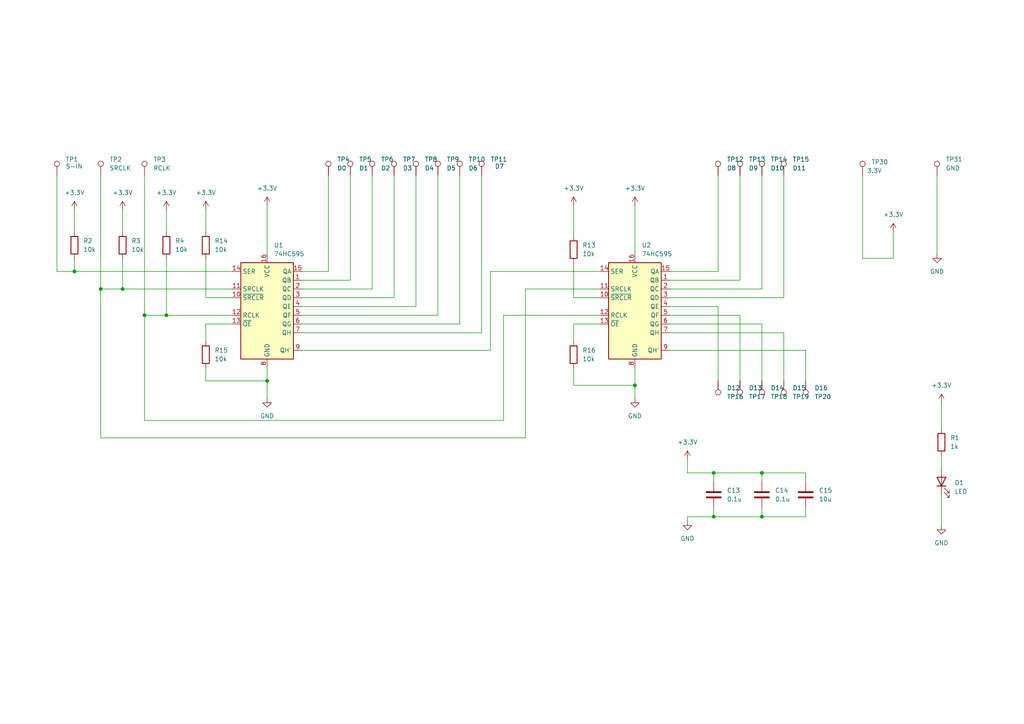
<source format=kicad_sch>
(kicad_sch (version 20230121) (generator eeschema)
  (paper "A4")
  (lib_symbols
    (symbol "74xx:74HC595"
      (property "Reference" "U" (at -7.62 13.97 0))
      (property "Value" "74HC595" (at -7.62 -16.51 0))
      (symbol "74HC595_1_0"
        (pin tri_state line (at 10.16 7.62 180) (length 2.54) (name "QB") (number "1"))
        (pin input line (at -10.16 2.54 0) (length 2.54) (name "~{SRCLR}") (number "10"))
        (pin input line (at -10.16 5.08 0) (length 2.54) (name "SRCLK") (number "11"))
        (pin input line (at -10.16 -2.54 0) (length 2.54) (name "RCLK") (number "12"))
        (pin input line (at -10.16 -5.08 0) (length 2.54) (name "~{OE}") (number "13"))
        (pin input line (at -10.16 10.16 0) (length 2.54) (name "SER") (number "14"))
        (pin tri_state line (at 10.16 10.16 180) (length 2.54) (name "QA") (number "15"))
        (pin power_in line (at 0 15.24 270) (length 2.54) (name "VCC") (number "16"))
        (pin tri_state line (at 10.16 5.08 180) (length 2.54) (name "QC") (number "2"))
        (pin tri_state line (at 10.16 2.54 180) (length 2.54) (name "QD") (number "3"))
        (pin tri_state line (at 10.16 0 180) (length 2.54) (name "QE") (number "4"))
        (pin tri_state line (at 10.16 -2.54 180) (length 2.54) (name "QF") (number "5"))
        (pin tri_state line (at 10.16 -5.08 180) (length 2.54) (name "QG") (number "6"))
        (pin tri_state line (at 10.16 -7.62 180) (length 2.54) (name "QH") (number "7"))
        (pin power_in line (at 0 -17.78 90) (length 2.54) (name "GND") (number "8"))
        (pin output line (at 10.16 -12.7 180) (length 2.54) (name "QH'") (number "9"))
      )
      (symbol "74HC595_1_1"
        (rectangle (start -7.62 12.7) (end 7.62 -15.24) (stroke (width 0.254)) (fill (type background)))
      )
    )
    (symbol "Connector:TestPoint" (pin_numbers hide) (pin_names (offset 0.762) hide)
      (property "Reference" "TP" (at 0 6.858 0))
      (property "Value" "TestPoint" (at 0 5.08 0))
      (symbol "TestPoint_0_1"
        (circle (center 0 3.302) (radius 0.762))
      )
      (symbol "TestPoint_1_1"
        (pin passive line (at 0 0 90) (length 2.54) (name "1") (number "1"))
      )
    )
    (symbol "Device:C" (pin_numbers hide) (pin_names (offset 0.254))
      (property "Reference" "C" (at 0.635 2.54 0))
      (property "Value" "C" (at 0.635 -2.54 0))
      (symbol "C_0_1"
        (polyline (pts (xy -2.032 -0.762) (xy 2.032 -0.762)) (stroke (width 0.508)))
        (polyline (pts (xy -2.032 0.762) (xy 2.032 0.762)) (stroke (width 0.508)))
      )
      (symbol "C_1_1"
        (pin passive line (at 0 3.81 270) (length 2.794) (name "~") (number "1"))
        (pin passive line (at 0 -3.81 90) (length 2.794) (name "~") (number "2"))
      )
    )
    (symbol "Device:LED" (pin_numbers hide) (pin_names (offset 1.016) hide)
      (property "Reference" "D" (at 0 2.54 0))
      (property "Value" "LED" (at 0 -2.54 0))
      (symbol "LED_0_1"
        (polyline (pts (xy -1.27 -1.27) (xy -1.27 1.27)) (stroke (width 0.254)))
        (polyline (pts (xy -1.27 0) (xy 1.27 0)))
        (polyline (pts (xy 1.27 -1.27) (xy 1.27 1.27) (xy -1.27 0) (xy 1.27 -1.27)) (stroke (width 0.254)))
        (polyline (pts (xy -3.048 -0.762) (xy -4.572 -2.286) (xy -3.81 -2.286) (xy -4.572 -2.286) (xy -4.572 -1.524)))
        (polyline (pts (xy -1.778 -0.762) (xy -3.302 -2.286) (xy -2.54 -2.286) (xy -3.302 -2.286) (xy -3.302 -1.524)))
      )
      (symbol "LED_1_1"
        (pin passive line (at -3.81 0 0) (length 2.54) (name "K") (number "1"))
        (pin passive line (at 3.81 0 180) (length 2.54) (name "A") (number "2"))
      )
    )
    (symbol "Device:R" (pin_numbers hide) (pin_names (offset 0))
      (property "Reference" "R" (at 2.032 0 90))
      (property "Value" "R" (at 0 0 90))
      (symbol "R_0_1"
        (rectangle (start -1.016 -2.54) (end 1.016 2.54) (stroke (width 0.254)))
      )
      (symbol "R_1_1"
        (pin passive line (at 0 3.81 270) (length 1.27) (name "~") (number "1"))
        (pin passive line (at 0 -3.81 90) (length 1.27) (name "~") (number "2"))
      )
    )
    (symbol "power:+3.3V" (power) (pin_names (offset 0))
      (property "Value" "+3.3V" (at 0 3.556 0))
      (symbol "+3.3V_0_1"
        (polyline (pts (xy -0.762 1.27) (xy 0 2.54)))
        (polyline (pts (xy 0 0) (xy 0 2.54)))
        (polyline (pts (xy 0 2.54) (xy 0.762 1.27)))
      )
      (symbol "+3.3V_1_1"
        (pin power_in line (at 0 0 90) (length 0) hide (name "+3.3V") (number "1"))
      )
    )
    (symbol "power:GND" (power) (pin_names (offset 0))
      (property "Value" "GND" (at 0 -3.81 0))
      (symbol "GND_0_1"
        (polyline (pts (xy 0 0) (xy 0 -1.27) (xy 1.27 -1.27) (xy 0 -2.54) (xy -1.27 -1.27) (xy 0 -1.27)))
      )
      (symbol "GND_1_1"
        (pin power_in line (at 0 0 270) (length 0) hide (name "GND") (number "1"))
      )
    )
  )
  (junction (at 207.01 149.86))
  (junction (at 29.21 83.82))
  (junction (at 21.59 78.74))
  (junction (at 41.91 91.44))
  (junction (at 184.15 111.76))
  (junction (at 77.47 110.49))
  (junction (at 207.01 137.16))
  (junction (at 220.98 137.16))
  (junction (at 220.98 149.86))
  (junction (at 48.26 91.44))
  (junction (at 35.56 83.82))
  (wire (pts (xy 194.31 96.52) (xy 227.33 96.52)))
  (wire (pts (xy 29.21 83.82) (xy 35.56 83.82)))
  (wire (pts (xy 21.59 74.93) (xy 21.59 78.74)))
  (wire (pts (xy 227.33 96.52) (xy 227.33 110.49)))
  (wire (pts (xy 87.63 83.82) (xy 107.95 83.82)))
  (wire (pts (xy 194.31 86.36) (xy 227.33 86.36)))
  (wire (pts (xy 87.63 81.28) (xy 101.6 81.28)))
  (wire (pts (xy 142.24 78.74) (xy 173.99 78.74)))
  (wire (pts (xy 59.69 110.49) (xy 59.69 106.68)))
  (wire (pts (xy 271.78 50.8) (xy 271.78 73.66)))
  (wire (pts (xy 166.37 59.69) (xy 166.37 68.58)))
  (wire (pts (xy 146.05 121.92) (xy 41.91 121.92)))
  (wire (pts (xy 250.19 74.93) (xy 250.19 50.8)))
  (wire (pts (xy 87.63 96.52) (xy 139.7 96.52)))
  (wire (pts (xy 220.98 137.16) (xy 233.68 137.16)))
  (wire (pts (xy 77.47 110.49) (xy 77.47 115.57)))
  (wire (pts (xy 199.39 137.16) (xy 207.01 137.16)))
  (wire (pts (xy 184.15 106.68) (xy 184.15 111.76)))
  (wire (pts (xy 87.63 78.74) (xy 95.25 78.74)))
  (wire (pts (xy 29.21 50.8) (xy 29.21 83.82)))
  (wire (pts (xy 59.69 74.93) (xy 59.69 86.36)))
  (wire (pts (xy 207.01 137.16) (xy 207.01 139.7)))
  (wire (pts (xy 35.56 60.96) (xy 35.56 67.31)))
  (wire (pts (xy 133.35 93.98) (xy 133.35 50.8)))
  (wire (pts (xy 29.21 127) (xy 29.21 83.82)))
  (wire (pts (xy 21.59 78.74) (xy 16.51 78.74)))
  (wire (pts (xy 87.63 91.44) (xy 127 91.44)))
  (wire (pts (xy 273.05 143.51) (xy 273.05 152.4)))
  (wire (pts (xy 142.24 101.6) (xy 87.63 101.6)))
  (wire (pts (xy 199.39 133.35) (xy 199.39 137.16)))
  (wire (pts (xy 273.05 132.08) (xy 273.05 135.89)))
  (wire (pts (xy 166.37 111.76) (xy 166.37 106.68)))
  (wire (pts (xy 207.01 137.16) (xy 220.98 137.16)))
  (wire (pts (xy 199.39 151.13) (xy 199.39 149.86)))
  (wire (pts (xy 87.63 86.36) (xy 114.3 86.36)))
  (wire (pts (xy 48.26 91.44) (xy 41.91 91.44)))
  (wire (pts (xy 259.08 67.31) (xy 259.08 74.93)))
  (wire (pts (xy 227.33 86.36) (xy 227.33 50.8)))
  (wire (pts (xy 220.98 147.32) (xy 220.98 149.86)))
  (wire (pts (xy 35.56 83.82) (xy 67.31 83.82)))
  (wire (pts (xy 127 91.44) (xy 127 50.8)))
  (wire (pts (xy 220.98 149.86) (xy 233.68 149.86)))
  (wire (pts (xy 259.08 74.93) (xy 250.19 74.93)))
  (wire (pts (xy 142.24 78.74) (xy 142.24 101.6)))
  (wire (pts (xy 120.65 88.9) (xy 120.65 50.8)))
  (wire (pts (xy 67.31 86.36) (xy 59.69 86.36)))
  (wire (pts (xy 87.63 93.98) (xy 133.35 93.98)))
  (wire (pts (xy 67.31 91.44) (xy 48.26 91.44)))
  (wire (pts (xy 77.47 59.69) (xy 77.47 73.66)))
  (wire (pts (xy 199.39 149.86) (xy 207.01 149.86)))
  (wire (pts (xy 87.63 88.9) (xy 120.65 88.9)))
  (wire (pts (xy 166.37 93.98) (xy 166.37 99.06)))
  (wire (pts (xy 207.01 149.86) (xy 220.98 149.86)))
  (wire (pts (xy 194.31 78.74) (xy 208.28 78.74)))
  (wire (pts (xy 152.4 83.82) (xy 152.4 127)))
  (wire (pts (xy 114.3 86.36) (xy 114.3 50.8)))
  (wire (pts (xy 48.26 74.93) (xy 48.26 91.44)))
  (wire (pts (xy 208.28 78.74) (xy 208.28 50.8)))
  (wire (pts (xy 101.6 81.28) (xy 101.6 50.8)))
  (wire (pts (xy 67.31 93.98) (xy 59.69 93.98)))
  (wire (pts (xy 173.99 83.82) (xy 152.4 83.82)))
  (wire (pts (xy 166.37 76.2) (xy 166.37 86.36)))
  (wire (pts (xy 59.69 93.98) (xy 59.69 99.06)))
  (wire (pts (xy 173.99 93.98) (xy 166.37 93.98)))
  (wire (pts (xy 21.59 60.96) (xy 21.59 67.31)))
  (wire (pts (xy 194.31 101.6) (xy 233.68 101.6)))
  (wire (pts (xy 220.98 83.82) (xy 220.98 50.8)))
  (wire (pts (xy 207.01 147.32) (xy 207.01 149.86)))
  (wire (pts (xy 173.99 91.44) (xy 146.05 91.44)))
  (wire (pts (xy 233.68 149.86) (xy 233.68 147.32)))
  (wire (pts (xy 194.31 81.28) (xy 214.63 81.28)))
  (wire (pts (xy 166.37 111.76) (xy 184.15 111.76)))
  (wire (pts (xy 194.31 91.44) (xy 214.63 91.44)))
  (wire (pts (xy 194.31 88.9) (xy 208.28 88.9)))
  (wire (pts (xy 95.25 78.74) (xy 95.25 50.8)))
  (wire (pts (xy 214.63 91.44) (xy 214.63 110.49)))
  (wire (pts (xy 41.91 91.44) (xy 41.91 50.8)))
  (wire (pts (xy 233.68 101.6) (xy 233.68 110.49)))
  (wire (pts (xy 35.56 74.93) (xy 35.56 83.82)))
  (wire (pts (xy 67.31 78.74) (xy 21.59 78.74)))
  (wire (pts (xy 220.98 93.98) (xy 220.98 110.49)))
  (wire (pts (xy 233.68 137.16) (xy 233.68 139.7)))
  (wire (pts (xy 16.51 78.74) (xy 16.51 50.8)))
  (wire (pts (xy 194.31 93.98) (xy 220.98 93.98)))
  (wire (pts (xy 214.63 81.28) (xy 214.63 50.8)))
  (wire (pts (xy 173.99 86.36) (xy 166.37 86.36)))
  (wire (pts (xy 220.98 137.16) (xy 220.98 139.7)))
  (wire (pts (xy 59.69 110.49) (xy 77.47 110.49)))
  (wire (pts (xy 184.15 111.76) (xy 184.15 115.57)))
  (wire (pts (xy 273.05 116.84) (xy 273.05 124.46)))
  (wire (pts (xy 77.47 106.68) (xy 77.47 110.49)))
  (wire (pts (xy 184.15 59.69) (xy 184.15 73.66)))
  (wire (pts (xy 208.28 88.9) (xy 208.28 110.49)))
  (wire (pts (xy 194.31 83.82) (xy 220.98 83.82)))
  (wire (pts (xy 152.4 127) (xy 29.21 127)))
  (wire (pts (xy 139.7 96.52) (xy 139.7 50.8)))
  (wire (pts (xy 107.95 83.82) (xy 107.95 50.8)))
  (wire (pts (xy 59.69 60.96) (xy 59.69 67.31)))
  (wire (pts (xy 146.05 91.44) (xy 146.05 121.92)))
  (wire (pts (xy 48.26 60.96) (xy 48.26 67.31)))
  (wire (pts (xy 41.91 121.92) (xy 41.91 91.44)))
  (symbol (lib_id "Connector:TestPoint") (at 95.25 50.8 0) (unit 1)
    (property "Reference" "TP4" (at 97.79 46.228 0) (effects (justify left)))
    (property "Value" "D0" (at 97.79 48.768 0) (effects (justify left)))
    (property "Footprint" "TestPoint:TestPoint_Loop_D2.50mm_Drill1.0mm" (effects hide))
  )
  (symbol (lib_id "Connector:TestPoint") (at 271.78 50.8 0) (unit 1)
    (property "Reference" "TP31" (at 274.32 46.228 0) (effects (justify left)))
    (property "Value" "GND" (at 274.32 48.768 0) (effects (justify left)))
    (property "Footprint" "TestPoint:TestPoint_Loop_D2.50mm_Drill1.0mm" (effects hide))
  )
  (symbol (lib_id "74xx:74HC595") (at 184.15 88.9 0) (unit 1)
    (property "Reference" "U2" (at 186.1059 71.12 0) (effects (justify left)))
    (property "Value" "74HC595" (at 186.1059 73.66 0) (effects (justify left)))
    (property "Footprint" "Package_DIP:DIP-16_W7.62mm_Socket_LongPads" (effects hide))
    (property "Datasheet" "http://www.ti.com/lit/ds/symlink/sn74hc595.pdf" (effects hide))
  )
  (symbol (lib_id "Connector:TestPoint") (at 214.63 50.8 0) (unit 1)
    (property "Reference" "TP13" (at 217.17 46.228 0) (effects (justify left)))
    (property "Value" "D9" (at 217.17 48.768 0) (effects (justify left)))
    (property "Footprint" "TestPoint:TestPoint_Loop_D2.50mm_Drill1.0mm" (effects hide))
  )
  (symbol (lib_id "Connector:TestPoint") (at 107.95 50.8 0) (unit 1)
    (property "Reference" "TP6" (at 110.49 46.228 0) (effects (justify left)))
    (property "Value" "D2" (at 110.49 48.768 0) (effects (justify left)))
    (property "Footprint" "TestPoint:TestPoint_Loop_D2.50mm_Drill1.0mm" (effects hide))
  )
  (symbol (lib_id "Device:R") (at 59.69 102.87 0) (unit 1)
    (property "Reference" "R15" (at 62.23 101.6 0) (effects (justify left)))
    (property "Value" "10k" (at 62.23 104.14 0) (effects (justify left)))
    (property "Footprint" "Resistor_THT:R_Axial_DIN0411_L9.9mm_D3.6mm_P20.32mm_Horizontal" (effects hide))
  )
  (symbol (lib_id "power:+3.3V") (at 59.69 60.96 0) (unit 1)
    (property "Reference" "#PWR019" (effects hide))
    (property "Value" "+3.3V" (at 59.69 55.88 0))
  )
  (symbol (lib_id "Connector:TestPoint") (at 250.19 50.8 0) (unit 1)
    (property "Reference" "TP30" (at 252.73 46.99 0) (effects (justify left)))
    (property "Value" "3.3V" (at 251.46 49.53 0) (effects (justify left)))
    (property "Footprint" "TestPoint:TestPoint_Loop_D2.50mm_Drill1.0mm" (effects hide))
  )
  (symbol (lib_id "Connector:TestPoint") (at 233.68 110.49 0) (mirror x) (unit 1)
    (property "Reference" "TP20" (at 236.22 115.062 0) (effects (justify left)))
    (property "Value" "D16" (at 236.22 112.522 0) (effects (justify left)))
    (property "Footprint" "TestPoint:TestPoint_Loop_D2.50mm_Drill1.0mm" (effects hide))
  )
  (symbol (lib_id "power:GND") (at 199.39 151.13 0) (unit 1)
    (property "Reference" "#PWR016" (effects hide))
    (property "Value" "GND" (at 199.39 156.21 0))
  )
  (symbol (lib_id "Connector:TestPoint") (at 133.35 50.8 0) (unit 1)
    (property "Reference" "TP10" (at 135.89 46.228 0) (effects (justify left)))
    (property "Value" "D6" (at 135.89 48.768 0) (effects (justify left)))
    (property "Footprint" "TestPoint:TestPoint_Loop_D2.50mm_Drill1.0mm" (effects hide))
  )
  (symbol (lib_id "Connector:TestPoint") (at 220.98 50.8 0) (unit 1)
    (property "Reference" "TP14" (at 223.52 46.228 0) (effects (justify left)))
    (property "Value" "D10" (at 223.52 48.768 0) (effects (justify left)))
    (property "Footprint" "TestPoint:TestPoint_Loop_D2.50mm_Drill1.0mm" (effects hide))
  )
  (symbol (lib_id "Connector:TestPoint") (at 208.28 50.8 0) (unit 1)
    (property "Reference" "TP12" (at 210.82 46.228 0) (effects (justify left)))
    (property "Value" "D8" (at 210.82 48.768 0) (effects (justify left)))
    (property "Footprint" "TestPoint:TestPoint_Loop_D2.50mm_Drill1.0mm" (effects hide))
  )
  (symbol (lib_id "Device:R") (at 59.69 71.12 0) (unit 1)
    (property "Reference" "R14" (at 62.23 69.85 0) (effects (justify left)))
    (property "Value" "10k" (at 62.23 72.39 0) (effects (justify left)))
    (property "Footprint" "Resistor_THT:R_Axial_DIN0411_L9.9mm_D3.6mm_P20.32mm_Horizontal" (effects hide))
  )
  (symbol (lib_id "Device:R") (at 273.05 128.27 0) (unit 1)
    (property "Reference" "R1" (at 275.59 127 0) (effects (justify left)))
    (property "Value" "1k" (at 275.59 129.54 0) (effects (justify left)))
    (property "Footprint" "Resistor_THT:R_Axial_DIN0411_L9.9mm_D3.6mm_P20.32mm_Horizontal" (effects hide))
  )
  (symbol (lib_id "Connector:TestPoint") (at 139.7 50.8 0) (unit 1)
    (property "Reference" "TP11" (at 142.24 46.228 0) (effects (justify left)))
    (property "Value" "D7" (at 143.51 48.26 0) (effects (justify left)))
    (property "Footprint" "TestPoint:TestPoint_Loop_D2.50mm_Drill1.0mm" (effects hide))
  )
  (symbol (lib_id "Connector:TestPoint") (at 227.33 50.8 0) (unit 1)
    (property "Reference" "TP15" (at 229.87 46.228 0) (effects (justify left)))
    (property "Value" "D11" (at 229.87 48.768 0) (effects (justify left)))
    (property "Footprint" "TestPoint:TestPoint_Loop_D2.50mm_Drill1.0mm" (effects hide))
  )
  (symbol (lib_id "power:GND") (at 77.47 115.57 0) (unit 1)
    (property "Reference" "#PWR04" (effects hide))
    (property "Value" "GND" (at 77.47 120.65 0))
  )
  (symbol (lib_id "power:+3.3V") (at 184.15 59.69 0) (unit 1)
    (property "Reference" "#PWR014" (effects hide))
    (property "Value" "+3.3V" (at 184.15 54.61 0))
  )
  (symbol (lib_id "power:+3.3V") (at 35.56 60.96 0) (unit 1)
    (property "Reference" "#PWR021" (effects hide))
    (property "Value" "+3.3V" (at 35.56 55.88 0))
  )
  (symbol (lib_id "Connector:TestPoint") (at 29.21 50.8 0) (unit 1)
    (property "Reference" "TP2" (at 31.75 46.228 0) (effects (justify left)))
    (property "Value" "SRCLK" (at 31.75 48.768 0) (effects (justify left)))
    (property "Footprint" "TestPoint:TestPoint_Loop_D2.50mm_Drill1.0mm" (effects hide))
  )
  (symbol (lib_id "Connector:TestPoint") (at 127 50.8 0) (unit 1)
    (property "Reference" "TP9" (at 129.54 46.228 0) (effects (justify left)))
    (property "Value" "D5" (at 129.54 48.768 0) (effects (justify left)))
    (property "Footprint" "TestPoint:TestPoint_Loop_D2.50mm_Drill1.0mm" (effects hide))
  )
  (symbol (lib_id "Device:LED") (at 273.05 139.7 90) (unit 1)
    (property "Reference" "D1" (at 276.86 140.0175 90) (effects (justify right)))
    (property "Value" "LED" (at 276.86 142.5575 90) (effects (justify right)))
    (property "Footprint" "LED_THT:LED_D3.0mm-3" (effects hide))
  )
  (symbol (lib_id "Connector:TestPoint") (at 101.6 50.8 0) (unit 1)
    (property "Reference" "TP5" (at 104.14 46.228 0) (effects (justify left)))
    (property "Value" "D1" (at 104.14 48.768 0) (effects (justify left)))
    (property "Footprint" "TestPoint:TestPoint_Loop_D2.50mm_Drill1.0mm" (effects hide))
  )
  (symbol (lib_id "Device:R") (at 35.56 71.12 0) (unit 1)
    (property "Reference" "R3" (at 38.1 69.85 0) (effects (justify left)))
    (property "Value" "10k" (at 38.1 72.39 0) (effects (justify left)))
    (property "Footprint" "Resistor_THT:R_Axial_DIN0411_L9.9mm_D3.6mm_P20.32mm_Horizontal" (effects hide))
  )
  (symbol (lib_id "power:+3.3V") (at 77.47 59.69 0) (unit 1)
    (property "Reference" "#PWR018" (effects hide))
    (property "Value" "+3.3V" (at 77.47 54.61 0))
  )
  (symbol (lib_id "74xx:74HC595") (at 77.47 88.9 0) (unit 1)
    (property "Reference" "U1" (at 79.4259 71.12 0) (effects (justify left)))
    (property "Value" "74HC595" (at 79.4259 73.66 0) (effects (justify left)))
    (property "Footprint" "Package_DIP:DIP-16_W7.62mm_Socket_LongPads" (effects hide))
    (property "Datasheet" "http://www.ti.com/lit/ds/symlink/sn74hc595.pdf" (effects hide))
  )
  (symbol (lib_id "Connector:TestPoint") (at 114.3 50.8 0) (unit 1)
    (property "Reference" "TP7" (at 116.84 46.228 0) (effects (justify left)))
    (property "Value" "D3" (at 116.84 48.768 0) (effects (justify left)))
    (property "Footprint" "TestPoint:TestPoint_Loop_D2.50mm_Drill1.0mm" (effects hide))
  )
  (symbol (lib_id "power:+3.3V") (at 273.05 116.84 0) (unit 1)
    (property "Reference" "#PWR023" (effects hide))
    (property "Value" "+3.3V" (at 273.05 111.76 0))
  )
  (symbol (lib_id "power:+3.3V") (at 21.59 60.96 0) (unit 1)
    (property "Reference" "#PWR022" (effects hide))
    (property "Value" "+3.3V" (at 21.59 55.88 0))
  )
  (symbol (lib_id "Device:R") (at 48.26 71.12 0) (unit 1)
    (property "Reference" "R4" (at 50.8 69.85 0) (effects (justify left)))
    (property "Value" "10k" (at 50.8 72.39 0) (effects (justify left)))
    (property "Footprint" "Resistor_THT:R_Axial_DIN0411_L9.9mm_D3.6mm_P20.32mm_Horizontal" (effects hide))
  )
  (symbol (lib_id "Device:R") (at 166.37 102.87 0) (unit 1)
    (property "Reference" "R16" (at 168.91 101.6 0) (effects (justify left)))
    (property "Value" "10k" (at 168.91 104.14 0) (effects (justify left)))
    (property "Footprint" "Resistor_THT:R_Axial_DIN0411_L9.9mm_D3.6mm_P20.32mm_Horizontal" (effects hide))
  )
  (symbol (lib_id "Device:C") (at 207.01 143.51 180) (unit 1)
    (property "Reference" "C13" (at 210.82 142.24 0) (effects (justify right)))
    (property "Value" "0.1u" (at 210.82 144.78 0) (effects (justify right)))
  )
  (symbol (lib_id "Connector:TestPoint") (at 41.91 50.8 0) (unit 1)
    (property "Reference" "TP3" (at 44.45 46.228 0) (effects (justify left)))
    (property "Value" "RCLK" (at 44.45 48.768 0) (effects (justify left)))
    (property "Footprint" "TestPoint:TestPoint_Loop_D2.50mm_Drill1.0mm" (effects hide))
  )
  (symbol (lib_id "power:GND") (at 184.15 115.57 0) (unit 1)
    (property "Reference" "#PWR07" (effects hide))
    (property "Value" "GND" (at 184.15 120.65 0))
  )
  (symbol (lib_id "Connector:TestPoint") (at 16.51 50.8 0) (unit 1)
    (property "Reference" "TP1" (at 19.05 46.228 0) (effects (justify left)))
    (property "Value" "S-IN" (at 19.05 48.26 0) (effects (justify left)))
    (property "Footprint" "TestPoint:TestPoint_Loop_D2.50mm_Drill1.0mm" (effects hide))
  )
  (symbol (lib_id "Connector:TestPoint") (at 208.28 110.49 0) (mirror x) (unit 1)
    (property "Reference" "TP16" (at 210.82 115.062 0) (effects (justify left)))
    (property "Value" "D12" (at 210.82 112.522 0) (effects (justify left)))
    (property "Footprint" "TestPoint:TestPoint_Loop_D2.50mm_Drill1.0mm" (effects hide))
  )
  (symbol (lib_id "power:GND") (at 271.78 73.66 0) (unit 1)
    (property "Reference" "#PWR09" (effects hide))
    (property "Value" "GND" (at 271.78 78.74 0))
  )
  (symbol (lib_id "Connector:TestPoint") (at 227.33 110.49 0) (mirror x) (unit 1)
    (property "Reference" "TP19" (at 229.87 115.062 0) (effects (justify left)))
    (property "Value" "D15" (at 229.87 112.522 0) (effects (justify left)))
    (property "Footprint" "TestPoint:TestPoint_Loop_D2.50mm_Drill1.0mm" (effects hide))
  )
  (symbol (lib_id "power:+3.3V") (at 199.39 133.35 0) (unit 1)
    (property "Reference" "#PWR015" (effects hide))
    (property "Value" "+3.3V" (at 199.39 128.27 0))
  )
  (symbol (lib_id "power:+3.3V") (at 48.26 60.96 0) (unit 1)
    (property "Reference" "#PWR020" (effects hide))
    (property "Value" "+3.3V" (at 48.26 55.88 0))
  )
  (symbol (lib_id "Device:C") (at 220.98 143.51 180) (unit 1)
    (property "Reference" "C14" (at 224.79 142.24 0) (effects (justify right)))
    (property "Value" "0.1u" (at 224.79 144.78 0) (effects (justify right)))
  )
  (symbol (lib_id "power:+3.3V") (at 259.08 67.31 0) (unit 1)
    (property "Reference" "#PWR013" (effects hide))
    (property "Value" "+3.3V" (at 259.08 62.23 0))
  )
  (symbol (lib_id "power:+3.3V") (at 166.37 59.69 0) (unit 1)
    (property "Reference" "#PWR017" (effects hide))
    (property "Value" "+3.3V" (at 166.37 54.61 0))
  )
  (symbol (lib_id "Device:R") (at 166.37 72.39 0) (unit 1)
    (property "Reference" "R13" (at 168.91 71.12 0) (effects (justify left)))
    (property "Value" "10k" (at 168.91 73.66 0) (effects (justify left)))
    (property "Footprint" "Resistor_THT:R_Axial_DIN0411_L9.9mm_D3.6mm_P20.32mm_Horizontal" (effects hide))
  )
  (symbol (lib_id "power:GND") (at 273.05 152.4 0) (unit 1)
    (property "Reference" "#PWR011" (effects hide))
    (property "Value" "GND" (at 273.05 157.48 0))
  )
  (symbol (lib_id "Device:C") (at 233.68 143.51 180) (unit 1)
    (property "Reference" "C15" (at 237.49 142.24 0) (effects (justify right)))
    (property "Value" "10u" (at 237.49 144.78 0) (effects (justify right)))
  )
  (symbol (lib_id "Device:R") (at 21.59 71.12 0) (unit 1)
    (property "Reference" "R2" (at 24.13 69.85 0) (effects (justify left)))
    (property "Value" "10k" (at 24.13 72.39 0) (effects (justify left)))
    (property "Footprint" "Resistor_THT:R_Axial_DIN0411_L9.9mm_D3.6mm_P20.32mm_Horizontal" (effects hide))
  )
  (symbol (lib_id "Connector:TestPoint") (at 220.98 110.49 0) (mirror x) (unit 1)
    (property "Reference" "TP18" (at 223.52 115.062 0) (effects (justify left)))
    (property "Value" "D14" (at 223.52 112.522 0) (effects (justify left)))
    (property "Footprint" "TestPoint:TestPoint_Loop_D2.50mm_Drill1.0mm" (effects hide))
  )
  (symbol (lib_id "Connector:TestPoint") (at 214.63 110.49 0) (mirror x) (unit 1)
    (property "Reference" "TP17" (at 217.17 115.062 0) (effects (justify left)))
    (property "Value" "D13" (at 217.17 112.522 0) (effects (justify left)))
    (property "Footprint" "TestPoint:TestPoint_Loop_D2.50mm_Drill1.0mm" (effects hide))
  )
  (symbol (lib_id "Connector:TestPoint") (at 120.65 50.8 0) (unit 1)
    (property "Reference" "TP8" (at 123.19 46.228 0) (effects (justify left)))
    (property "Value" "D4" (at 123.19 48.768 0) (effects (justify left)))
    (property "Footprint" "TestPoint:TestPoint_Loop_D2.50mm_Drill1.0mm" (effects hide))
  )
)
</source>
